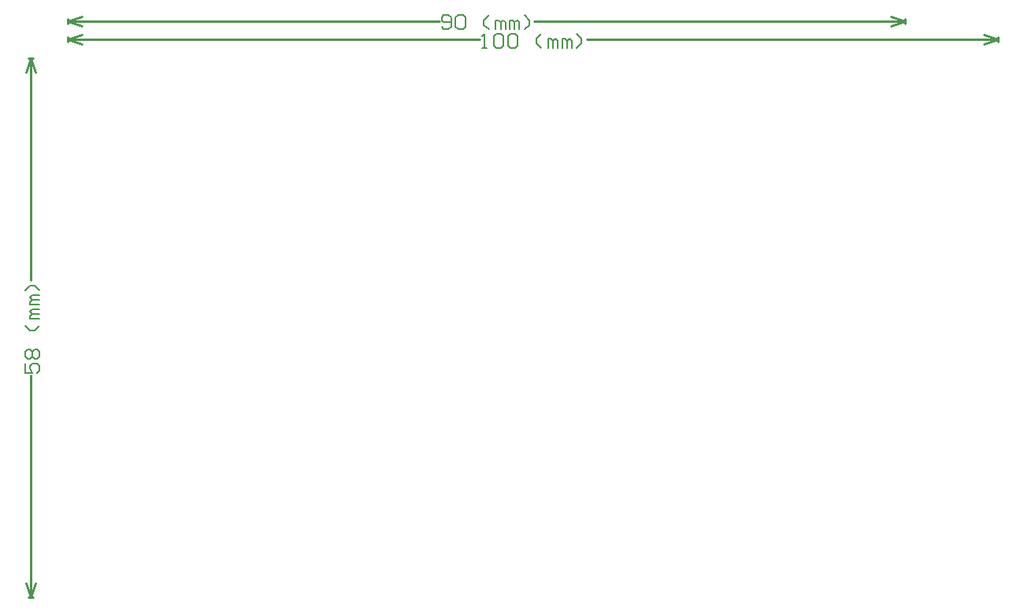
<source format=gbr>
%FSLAX42Y42*%
%MOMM*%
G71*
G01*
G75*
G04 Layer_Color=32768*
%ADD10C,3.00*%
%ADD11C,2.54*%
%ADD12C,1.85*%
%ADD13C,2.00*%
%ADD14C,4.60*%
%ADD15C,2.50*%
%ADD16R,2.50X2.50*%
%ADD17C,3.80*%
%ADD18R,3.00X3.00*%
%ADD19C,1.85*%
%ADD20C,1.75*%
%ADD21R,1.75X1.75*%
%ADD22C,5.00*%
G04:AMPARAMS|DCode=23|XSize=1.3mm|YSize=3mm|CornerRadius=0mm|HoleSize=0mm|Usage=FLASHONLY|Rotation=180.000|XOffset=0mm|YOffset=0mm|HoleType=Round|Shape=Octagon|*
%AMOCTAGOND23*
4,1,8,0.33,-1.50,-0.33,-1.50,-0.65,-1.18,-0.65,1.18,-0.33,1.50,0.33,1.50,0.65,1.18,0.65,-1.18,0.33,-1.50,0.0*
%
%ADD23OCTAGOND23*%

%ADD24C,0.75*%
%ADD25C,0.25*%
%ADD26C,0.15*%
D25*
X-425Y5800D02*
X-375D01*
X-425Y0D02*
X-375D01*
X-400Y5800D02*
X-349Y5648D01*
X-451D02*
X-400Y5800D01*
Y0D02*
X-349Y152D01*
X-451D02*
X-400Y0D01*
Y3410D02*
Y5800D01*
Y0D02*
Y2390D01*
X9000Y6175D02*
Y6225D01*
X0Y6175D02*
Y6225D01*
X8848Y6149D02*
X9000Y6200D01*
X8848Y6251D02*
X9000Y6200D01*
X0D02*
X152Y6149D01*
X0Y6200D02*
X152Y6251D01*
X5010Y6200D02*
X9000D01*
X0D02*
X3990D01*
X10000Y5975D02*
Y6025D01*
X0Y5975D02*
Y6025D01*
X9848Y5949D02*
X10000Y6000D01*
X9848Y6051D02*
X10000Y6000D01*
X0D02*
X152Y5949D01*
X0Y6000D02*
X152Y6051D01*
X5574Y6000D02*
X10000D01*
X0D02*
X4426D01*
D26*
X-461Y2517D02*
Y2415D01*
X-385D01*
X-410Y2466D01*
Y2491D01*
X-385Y2517D01*
X-334D01*
X-309Y2491D01*
Y2440D01*
X-334Y2415D01*
X-436Y2567D02*
X-461Y2593D01*
Y2644D01*
X-436Y2669D01*
X-410D01*
X-385Y2644D01*
X-359Y2669D01*
X-334D01*
X-309Y2644D01*
Y2593D01*
X-334Y2567D01*
X-359D01*
X-385Y2593D01*
X-410Y2567D01*
X-436D01*
X-385Y2593D02*
Y2644D01*
X-309Y2923D02*
X-359Y2872D01*
X-410D01*
X-461Y2923D01*
X-309Y2999D02*
X-410D01*
Y3024D01*
X-385Y3050D01*
X-309D01*
X-385D01*
X-410Y3075D01*
X-385Y3101D01*
X-309D01*
Y3151D02*
X-410D01*
Y3177D01*
X-385Y3202D01*
X-309D01*
X-385D01*
X-410Y3228D01*
X-385Y3253D01*
X-309D01*
Y3304D02*
X-359Y3355D01*
X-410D01*
X-461Y3304D01*
X4015Y6134D02*
X4040Y6109D01*
X4091D01*
X4117Y6134D01*
Y6236D01*
X4091Y6261D01*
X4040D01*
X4015Y6236D01*
Y6210D01*
X4040Y6185D01*
X4117D01*
X4167Y6236D02*
X4193Y6261D01*
X4244D01*
X4269Y6236D01*
Y6134D01*
X4244Y6109D01*
X4193D01*
X4167Y6134D01*
Y6236D01*
X4523Y6109D02*
X4472Y6159D01*
Y6210D01*
X4523Y6261D01*
X4599Y6109D02*
Y6210D01*
X4624D01*
X4650Y6185D01*
Y6109D01*
Y6185D01*
X4675Y6210D01*
X4701Y6185D01*
Y6109D01*
X4751D02*
Y6210D01*
X4777D01*
X4802Y6185D01*
Y6109D01*
Y6185D01*
X4828Y6210D01*
X4853Y6185D01*
Y6109D01*
X4904D02*
X4955Y6159D01*
Y6210D01*
X4904Y6261D01*
X4452Y5909D02*
X4502D01*
X4477D01*
Y6061D01*
X4452Y6036D01*
X4578D02*
X4604Y6061D01*
X4655D01*
X4680Y6036D01*
Y5934D01*
X4655Y5909D01*
X4604D01*
X4578Y5934D01*
Y6036D01*
X4731D02*
X4756Y6061D01*
X4807D01*
X4832Y6036D01*
Y5934D01*
X4807Y5909D01*
X4756D01*
X4731Y5934D01*
Y6036D01*
X5086Y5909D02*
X5036Y5959D01*
Y6010D01*
X5086Y6061D01*
X5163Y5909D02*
Y6010D01*
X5188D01*
X5213Y5985D01*
Y5909D01*
Y5985D01*
X5239Y6010D01*
X5264Y5985D01*
Y5909D01*
X5315D02*
Y6010D01*
X5340D01*
X5366Y5985D01*
Y5909D01*
Y5985D01*
X5391Y6010D01*
X5416Y5985D01*
Y5909D01*
X5467D02*
X5518Y5959D01*
Y6010D01*
X5467Y6061D01*
M02*

</source>
